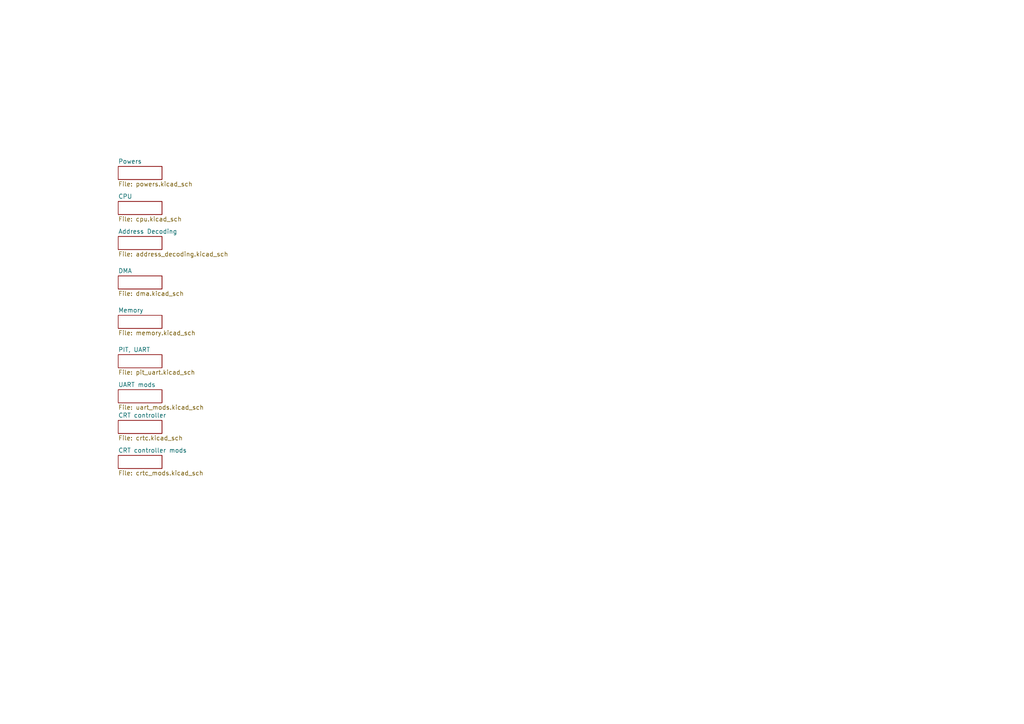
<source format=kicad_sch>
(kicad_sch (version 20230121) (generator eeschema)
  (paper "A4")
  (title_block (title "Iskra Delta Partner Video (text) 30 797 044") (date "2023-08-17") (rev "1") (company "Jernej Jakob <jernej.jakob@gmail.com>") (comment 1 "reverse engineered by hand"))
  (lib_symbols)
  (sheet (at 34.29 48.26) (size 12.7 3.81) (stroke (width 0.1524))
    (property "Sheetname" "Powers" (at 34.29 47.5484 0) (effects (justify left bottom)))
    (property "Sheetfile" "powers.kicad_sch" (at 34.29 52.6546 0) (effects (justify left top)))
  )
  (sheet (at 34.29 58.42) (size 12.7 3.81) (stroke (width 0.1524))
    (property "Sheetname" "CPU" (at 34.29 57.7084 0) (effects (justify left bottom)))
    (property "Sheetfile" "cpu.kicad_sch" (at 34.29 62.8146 0) (effects (justify left top)))
  )
  (sheet (at 34.29 80.01) (size 12.7 3.81) (stroke (width 0.1524))
    (property "Sheetname" "DMA" (at 34.29 79.2984 0) (effects (justify left bottom)))
    (property "Sheetfile" "dma.kicad_sch" (at 34.29 84.4046 0) (effects (justify left top)))
  )
  (sheet (at 34.29 91.44) (size 12.7 3.81) (stroke (width 0.1524))
    (property "Sheetname" "Memory" (at 34.29 90.7284 0) (effects (justify left bottom)))
    (property "Sheetfile" "memory.kicad_sch" (at 34.29 95.8346 0) (effects (justify left top)))
  )
  (sheet (at 34.29 113.03) (size 12.7 3.81) (stroke (width 0.1524))
    (property "Sheetname" "UART mods" (at 34.29 112.3184 0) (effects (justify left bottom)))
    (property "Sheetfile" "uart_mods.kicad_sch" (at 34.29 117.4246 0) (effects (justify left top)))
  )
  (sheet (at 34.29 132.08) (size 12.7 3.81) (stroke (width 0.1524))
    (property "Sheetname" "CRT controller mods" (at 34.29 131.3684 0) (effects (justify left bottom)))
    (property "Sheetfile" "crtc_mods.kicad_sch" (at 34.29 136.4746 0) (effects (justify left top)))
  )
  (sheet (at 34.29 68.58) (size 12.7 3.81) (stroke (width 0.1524))
    (property "Sheetname" "Address Decoding" (at 34.29 67.8684 0) (effects (justify left bottom)))
    (property "Sheetfile" "address_decoding.kicad_sch" (at 34.29 72.9746 0) (effects (justify left top)))
  )
  (sheet (at 34.29 121.92) (size 12.7 3.81) (stroke (width 0.1524))
    (property "Sheetname" "CRT controller" (at 34.29 121.2084 0) (effects (justify left bottom)))
    (property "Sheetfile" "crtc.kicad_sch" (at 34.29 126.3146 0) (effects (justify left top)))
  )
  (sheet (at 34.29 102.87) (size 12.7 3.81) (stroke (width 0.1524))
    (property "Sheetname" "PIT, UART" (at 34.29 102.1584 0) (effects (justify left bottom)))
    (property "Sheetfile" "pit_uart.kicad_sch" (at 34.29 107.2646 0) (effects (justify left top)))
  )
)
</source>
